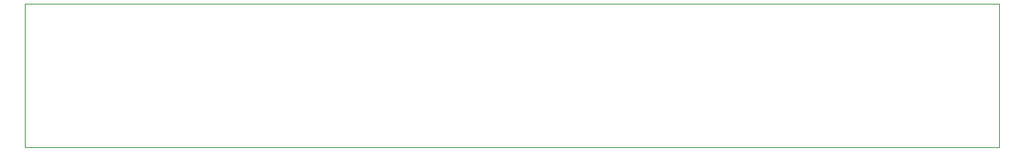
<source format=gbr>
%TF.GenerationSoftware,KiCad,Pcbnew,8.0.8*%
%TF.CreationDate,2025-04-07T15:23:35+02:00*%
%TF.ProjectId,tv25-btn+Rot,74763235-2d62-4746-9e2b-526f742e6b69,rev?*%
%TF.SameCoordinates,Original*%
%TF.FileFunction,Profile,NP*%
%FSLAX46Y46*%
G04 Gerber Fmt 4.6, Leading zero omitted, Abs format (unit mm)*
G04 Created by KiCad (PCBNEW 8.0.8) date 2025-04-07 15:23:35*
%MOMM*%
%LPD*%
G01*
G04 APERTURE LIST*
%TA.AperFunction,Profile*%
%ADD10C,0.050000*%
%TD*%
G04 APERTURE END LIST*
D10*
X105550000Y-41550000D02*
X215092400Y-41550000D01*
X215092400Y-57754000D01*
X105550000Y-57754000D01*
X105550000Y-41550000D01*
M02*

</source>
